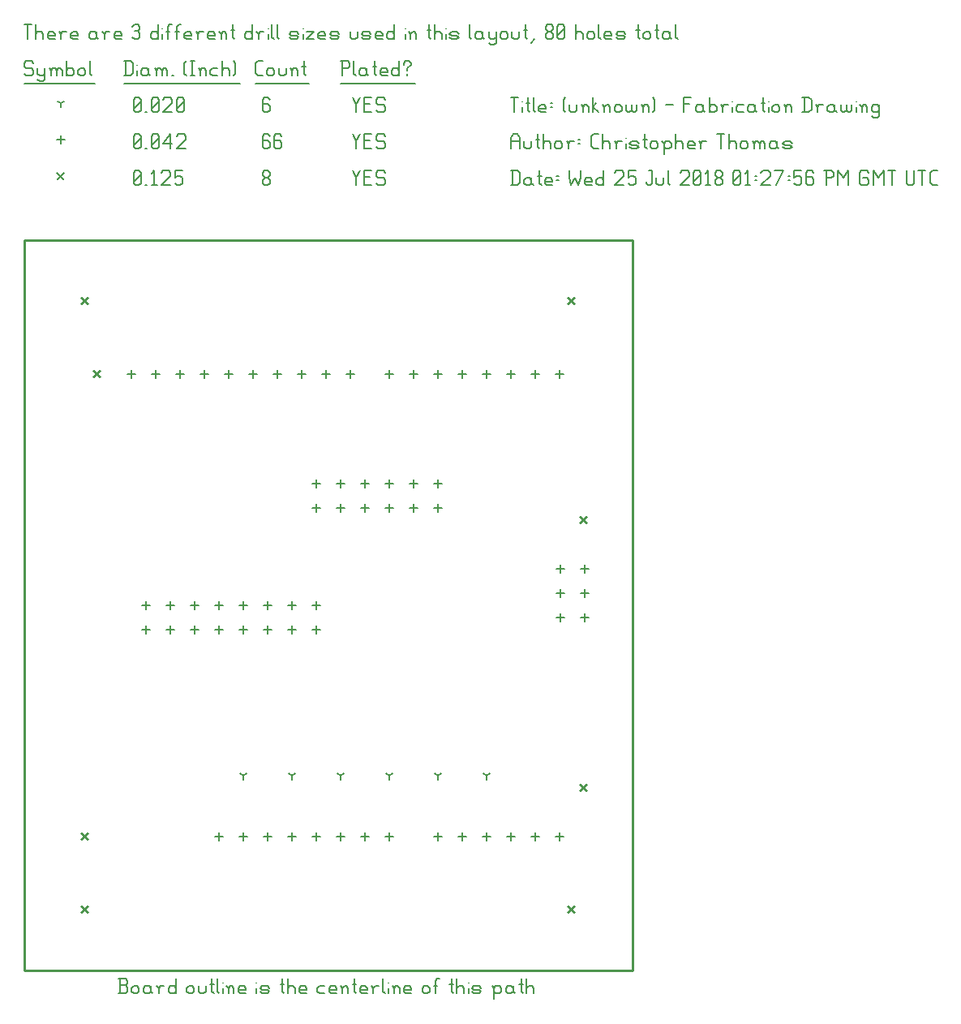
<source format=gbr>
G04 start of page 10 for group -3984 idx -3984 *
G04 Title: (unknown), fab *
G04 Creator: pcb 20140316 *
G04 CreationDate: Wed 25 Jul 2018 01:27:56 PM GMT UTC *
G04 For: thomasc *
G04 Format: Gerber/RS-274X *
G04 PCB-Dimensions (mil): 2500.00 3000.00 *
G04 PCB-Coordinate-Origin: lower left *
%MOIN*%
%FSLAX25Y25*%
%LNFAB*%
%ADD46C,0.0100*%
%ADD45C,0.0075*%
%ADD44C,0.0060*%
%ADD43C,0.0001*%
G54D43*G36*
X23800Y276766D02*X26766Y273800D01*
X26200Y273234D01*
X23234Y276200D01*
X23800Y276766D01*
G37*
G36*
X23234Y273800D02*X26200Y276766D01*
X26766Y276200D01*
X23800Y273234D01*
X23234Y273800D01*
G37*
G36*
X28800Y246766D02*X31766Y243800D01*
X31200Y243234D01*
X28234Y246200D01*
X28800Y246766D01*
G37*
G36*
X28234Y243800D02*X31200Y246766D01*
X31766Y246200D01*
X28800Y243234D01*
X28234Y243800D01*
G37*
G36*
X223800Y276766D02*X226766Y273800D01*
X226200Y273234D01*
X223234Y276200D01*
X223800Y276766D01*
G37*
G36*
X223234Y273800D02*X226200Y276766D01*
X226766Y276200D01*
X223800Y273234D01*
X223234Y273800D01*
G37*
G36*
X228800Y186766D02*X231766Y183800D01*
X231200Y183234D01*
X228234Y186200D01*
X228800Y186766D01*
G37*
G36*
X228234Y183800D02*X231200Y186766D01*
X231766Y186200D01*
X228800Y183234D01*
X228234Y183800D01*
G37*
G36*
X228800Y76766D02*X231766Y73800D01*
X231200Y73234D01*
X228234Y76200D01*
X228800Y76766D01*
G37*
G36*
X228234Y73800D02*X231200Y76766D01*
X231766Y76200D01*
X228800Y73234D01*
X228234Y73800D01*
G37*
G36*
X223800Y26766D02*X226766Y23800D01*
X226200Y23234D01*
X223234Y26200D01*
X223800Y26766D01*
G37*
G36*
X223234Y23800D02*X226200Y26766D01*
X226766Y26200D01*
X223800Y23234D01*
X223234Y23800D01*
G37*
G36*
X23800Y26766D02*X26766Y23800D01*
X26200Y23234D01*
X23234Y26200D01*
X23800Y26766D01*
G37*
G36*
X23234Y23800D02*X26200Y26766D01*
X26766Y26200D01*
X23800Y23234D01*
X23234Y23800D01*
G37*
G36*
X23800Y56766D02*X26766Y53800D01*
X26200Y53234D01*
X23234Y56200D01*
X23800Y56766D01*
G37*
G36*
X23234Y53800D02*X26200Y56766D01*
X26766Y56200D01*
X23800Y53234D01*
X23234Y53800D01*
G37*
G36*
X13800Y328016D02*X16766Y325050D01*
X16200Y324484D01*
X13234Y327450D01*
X13800Y328016D01*
G37*
G36*
X13234Y325050D02*X16200Y328016D01*
X16766Y327450D01*
X13800Y324484D01*
X13234Y325050D01*
G37*
G54D44*X135000Y328500D02*X136500Y325500D01*
X138000Y328500D01*
X136500Y325500D02*Y322500D01*
X139800Y325800D02*X142050D01*
X139800Y322500D02*X142800D01*
X139800Y328500D02*Y322500D01*
Y328500D02*X142800D01*
X147600D02*X148350Y327750D01*
X145350Y328500D02*X147600D01*
X144600Y327750D02*X145350Y328500D01*
X144600Y327750D02*Y326250D01*
X145350Y325500D01*
X147600D01*
X148350Y324750D01*
Y323250D01*
X147600Y322500D02*X148350Y323250D01*
X145350Y322500D02*X147600D01*
X144600Y323250D02*X145350Y322500D01*
X98000Y323250D02*X98750Y322500D01*
X98000Y324450D02*Y323250D01*
Y324450D02*X99050Y325500D01*
X99950D01*
X101000Y324450D01*
Y323250D01*
X100250Y322500D02*X101000Y323250D01*
X98750Y322500D02*X100250D01*
X98000Y326550D02*X99050Y325500D01*
X98000Y327750D02*Y326550D01*
Y327750D02*X98750Y328500D01*
X100250D01*
X101000Y327750D01*
Y326550D01*
X99950Y325500D02*X101000Y326550D01*
X45000Y323250D02*X45750Y322500D01*
X45000Y327750D02*Y323250D01*
Y327750D02*X45750Y328500D01*
X47250D01*
X48000Y327750D01*
Y323250D01*
X47250Y322500D02*X48000Y323250D01*
X45750Y322500D02*X47250D01*
X45000Y324000D02*X48000Y327000D01*
X49800Y322500D02*X50550D01*
X52350Y327300D02*X53550Y328500D01*
Y322500D01*
X52350D02*X54600D01*
X56400Y327750D02*X57150Y328500D01*
X59400D01*
X60150Y327750D01*
Y326250D01*
X56400Y322500D02*X60150Y326250D01*
X56400Y322500D02*X60150D01*
X61950Y328500D02*X64950D01*
X61950D02*Y325500D01*
X62700Y326250D01*
X64200D01*
X64950Y325500D01*
Y323250D01*
X64200Y322500D02*X64950Y323250D01*
X62700Y322500D02*X64200D01*
X61950Y323250D02*X62700Y322500D01*
X44000Y246600D02*Y243400D01*
X42400Y245000D02*X45600D01*
X84000Y246600D02*Y243400D01*
X82400Y245000D02*X85600D01*
X74000Y246600D02*Y243400D01*
X72400Y245000D02*X75600D01*
X64000Y246600D02*Y243400D01*
X62400Y245000D02*X65600D01*
X54000Y246600D02*Y243400D01*
X52400Y245000D02*X55600D01*
X94000Y246600D02*Y243400D01*
X92400Y245000D02*X95600D01*
X104000Y246600D02*Y243400D01*
X102400Y245000D02*X105600D01*
X114000Y246600D02*Y243400D01*
X112400Y245000D02*X115600D01*
X124000Y246600D02*Y243400D01*
X122400Y245000D02*X125600D01*
X134000Y246600D02*Y243400D01*
X132400Y245000D02*X135600D01*
X220000Y246600D02*Y243400D01*
X218400Y245000D02*X221600D01*
X180000Y246600D02*Y243400D01*
X178400Y245000D02*X181600D01*
X190000Y246600D02*Y243400D01*
X188400Y245000D02*X191600D01*
X200000Y246600D02*Y243400D01*
X198400Y245000D02*X201600D01*
X210000Y246600D02*Y243400D01*
X208400Y245000D02*X211600D01*
X170000Y246600D02*Y243400D01*
X168400Y245000D02*X171600D01*
X160000Y246600D02*Y243400D01*
X158400Y245000D02*X161600D01*
X150000Y246600D02*Y243400D01*
X148400Y245000D02*X151600D01*
X80000Y56600D02*Y53400D01*
X78400Y55000D02*X81600D01*
X120000Y56600D02*Y53400D01*
X118400Y55000D02*X121600D01*
X110000Y56600D02*Y53400D01*
X108400Y55000D02*X111600D01*
X100000Y56600D02*Y53400D01*
X98400Y55000D02*X101600D01*
X90000Y56600D02*Y53400D01*
X88400Y55000D02*X91600D01*
X130000Y56600D02*Y53400D01*
X128400Y55000D02*X131600D01*
X140000Y56600D02*Y53400D01*
X138400Y55000D02*X141600D01*
X150000Y56600D02*Y53400D01*
X148400Y55000D02*X151600D01*
X170000Y56600D02*Y53400D01*
X168400Y55000D02*X171600D01*
X210000Y56600D02*Y53400D01*
X208400Y55000D02*X211600D01*
X200000Y56600D02*Y53400D01*
X198400Y55000D02*X201600D01*
X190000Y56600D02*Y53400D01*
X188400Y55000D02*X191600D01*
X180000Y56600D02*Y53400D01*
X178400Y55000D02*X181600D01*
X220000Y56600D02*Y53400D01*
X218400Y55000D02*X221600D01*
X230500Y166600D02*Y163400D01*
X228900Y165000D02*X232100D01*
X230500Y156600D02*Y153400D01*
X228900Y155000D02*X232100D01*
X230500Y146600D02*Y143400D01*
X228900Y145000D02*X232100D01*
X220500Y166600D02*Y163400D01*
X218900Y165000D02*X222100D01*
X220500Y156600D02*Y153400D01*
X218900Y155000D02*X222100D01*
X220500Y146600D02*Y143400D01*
X218900Y145000D02*X222100D01*
X50000Y151600D02*Y148400D01*
X48400Y150000D02*X51600D01*
X50000Y141600D02*Y138400D01*
X48400Y140000D02*X51600D01*
X60000Y151600D02*Y148400D01*
X58400Y150000D02*X61600D01*
X60000Y141600D02*Y138400D01*
X58400Y140000D02*X61600D01*
X70000Y151600D02*Y148400D01*
X68400Y150000D02*X71600D01*
X70000Y141600D02*Y138400D01*
X68400Y140000D02*X71600D01*
X80000Y151600D02*Y148400D01*
X78400Y150000D02*X81600D01*
X80000Y141600D02*Y138400D01*
X78400Y140000D02*X81600D01*
X90000Y151600D02*Y148400D01*
X88400Y150000D02*X91600D01*
X90000Y141600D02*Y138400D01*
X88400Y140000D02*X91600D01*
X100000Y151600D02*Y148400D01*
X98400Y150000D02*X101600D01*
X100000Y141600D02*Y138400D01*
X98400Y140000D02*X101600D01*
X110000Y151600D02*Y148400D01*
X108400Y150000D02*X111600D01*
X110000Y141600D02*Y138400D01*
X108400Y140000D02*X111600D01*
X120000Y151600D02*Y148400D01*
X118400Y150000D02*X121600D01*
X120000Y141600D02*Y138400D01*
X118400Y140000D02*X121600D01*
X170000Y191600D02*Y188400D01*
X168400Y190000D02*X171600D01*
X160000Y191600D02*Y188400D01*
X158400Y190000D02*X161600D01*
X150000Y191600D02*Y188400D01*
X148400Y190000D02*X151600D01*
X140000Y191600D02*Y188400D01*
X138400Y190000D02*X141600D01*
X130000Y191600D02*Y188400D01*
X128400Y190000D02*X131600D01*
X120000Y191600D02*Y188400D01*
X118400Y190000D02*X121600D01*
X120000Y201600D02*Y198400D01*
X118400Y200000D02*X121600D01*
X160000Y201600D02*Y198400D01*
X158400Y200000D02*X161600D01*
X150000Y201600D02*Y198400D01*
X148400Y200000D02*X151600D01*
X140000Y201600D02*Y198400D01*
X138400Y200000D02*X141600D01*
X130000Y201600D02*Y198400D01*
X128400Y200000D02*X131600D01*
X170000Y201600D02*Y198400D01*
X168400Y200000D02*X171600D01*
X15000Y342850D02*Y339650D01*
X13400Y341250D02*X16600D01*
X135000Y343500D02*X136500Y340500D01*
X138000Y343500D01*
X136500Y340500D02*Y337500D01*
X139800Y340800D02*X142050D01*
X139800Y337500D02*X142800D01*
X139800Y343500D02*Y337500D01*
Y343500D02*X142800D01*
X147600D02*X148350Y342750D01*
X145350Y343500D02*X147600D01*
X144600Y342750D02*X145350Y343500D01*
X144600Y342750D02*Y341250D01*
X145350Y340500D01*
X147600D01*
X148350Y339750D01*
Y338250D01*
X147600Y337500D02*X148350Y338250D01*
X145350Y337500D02*X147600D01*
X144600Y338250D02*X145350Y337500D01*
X100250Y343500D02*X101000Y342750D01*
X98750Y343500D02*X100250D01*
X98000Y342750D02*X98750Y343500D01*
X98000Y342750D02*Y338250D01*
X98750Y337500D01*
X100250Y340800D02*X101000Y340050D01*
X98000Y340800D02*X100250D01*
X98750Y337500D02*X100250D01*
X101000Y338250D01*
Y340050D02*Y338250D01*
X105050Y343500D02*X105800Y342750D01*
X103550Y343500D02*X105050D01*
X102800Y342750D02*X103550Y343500D01*
X102800Y342750D02*Y338250D01*
X103550Y337500D01*
X105050Y340800D02*X105800Y340050D01*
X102800Y340800D02*X105050D01*
X103550Y337500D02*X105050D01*
X105800Y338250D01*
Y340050D02*Y338250D01*
X45000D02*X45750Y337500D01*
X45000Y342750D02*Y338250D01*
Y342750D02*X45750Y343500D01*
X47250D01*
X48000Y342750D01*
Y338250D01*
X47250Y337500D02*X48000Y338250D01*
X45750Y337500D02*X47250D01*
X45000Y339000D02*X48000Y342000D01*
X49800Y337500D02*X50550D01*
X52350Y338250D02*X53100Y337500D01*
X52350Y342750D02*Y338250D01*
Y342750D02*X53100Y343500D01*
X54600D01*
X55350Y342750D01*
Y338250D01*
X54600Y337500D02*X55350Y338250D01*
X53100Y337500D02*X54600D01*
X52350Y339000D02*X55350Y342000D01*
X57150Y339750D02*X60150Y343500D01*
X57150Y339750D02*X60900D01*
X60150Y343500D02*Y337500D01*
X62700Y342750D02*X63450Y343500D01*
X65700D01*
X66450Y342750D01*
Y341250D01*
X62700Y337500D02*X66450Y341250D01*
X62700Y337500D02*X66450D01*
X90000Y80000D02*Y78400D01*
Y80000D02*X91387Y80800D01*
X90000Y80000D02*X88613Y80800D01*
X110000Y80000D02*Y78400D01*
Y80000D02*X111387Y80800D01*
X110000Y80000D02*X108613Y80800D01*
X130000Y80000D02*Y78400D01*
Y80000D02*X131387Y80800D01*
X130000Y80000D02*X128613Y80800D01*
X150000Y80000D02*Y78400D01*
Y80000D02*X151387Y80800D01*
X150000Y80000D02*X148613Y80800D01*
X170000Y80000D02*Y78400D01*
Y80000D02*X171387Y80800D01*
X170000Y80000D02*X168613Y80800D01*
X190000Y80000D02*Y78400D01*
Y80000D02*X191387Y80800D01*
X190000Y80000D02*X188613Y80800D01*
X15000Y356250D02*Y354650D01*
Y356250D02*X16387Y357050D01*
X15000Y356250D02*X13613Y357050D01*
X135000Y358500D02*X136500Y355500D01*
X138000Y358500D01*
X136500Y355500D02*Y352500D01*
X139800Y355800D02*X142050D01*
X139800Y352500D02*X142800D01*
X139800Y358500D02*Y352500D01*
Y358500D02*X142800D01*
X147600D02*X148350Y357750D01*
X145350Y358500D02*X147600D01*
X144600Y357750D02*X145350Y358500D01*
X144600Y357750D02*Y356250D01*
X145350Y355500D01*
X147600D01*
X148350Y354750D01*
Y353250D01*
X147600Y352500D02*X148350Y353250D01*
X145350Y352500D02*X147600D01*
X144600Y353250D02*X145350Y352500D01*
X100250Y358500D02*X101000Y357750D01*
X98750Y358500D02*X100250D01*
X98000Y357750D02*X98750Y358500D01*
X98000Y357750D02*Y353250D01*
X98750Y352500D01*
X100250Y355800D02*X101000Y355050D01*
X98000Y355800D02*X100250D01*
X98750Y352500D02*X100250D01*
X101000Y353250D01*
Y355050D02*Y353250D01*
X45000D02*X45750Y352500D01*
X45000Y357750D02*Y353250D01*
Y357750D02*X45750Y358500D01*
X47250D01*
X48000Y357750D01*
Y353250D01*
X47250Y352500D02*X48000Y353250D01*
X45750Y352500D02*X47250D01*
X45000Y354000D02*X48000Y357000D01*
X49800Y352500D02*X50550D01*
X52350Y353250D02*X53100Y352500D01*
X52350Y357750D02*Y353250D01*
Y357750D02*X53100Y358500D01*
X54600D01*
X55350Y357750D01*
Y353250D01*
X54600Y352500D02*X55350Y353250D01*
X53100Y352500D02*X54600D01*
X52350Y354000D02*X55350Y357000D01*
X57150Y357750D02*X57900Y358500D01*
X60150D01*
X60900Y357750D01*
Y356250D01*
X57150Y352500D02*X60900Y356250D01*
X57150Y352500D02*X60900D01*
X62700Y353250D02*X63450Y352500D01*
X62700Y357750D02*Y353250D01*
Y357750D02*X63450Y358500D01*
X64950D01*
X65700Y357750D01*
Y353250D01*
X64950Y352500D02*X65700Y353250D01*
X63450Y352500D02*X64950D01*
X62700Y354000D02*X65700Y357000D01*
X3000Y373500D02*X3750Y372750D01*
X750Y373500D02*X3000D01*
X0Y372750D02*X750Y373500D01*
X0Y372750D02*Y371250D01*
X750Y370500D01*
X3000D01*
X3750Y369750D01*
Y368250D01*
X3000Y367500D02*X3750Y368250D01*
X750Y367500D02*X3000D01*
X0Y368250D02*X750Y367500D01*
X5550Y370500D02*Y368250D01*
X6300Y367500D01*
X8550Y370500D02*Y366000D01*
X7800Y365250D02*X8550Y366000D01*
X6300Y365250D02*X7800D01*
X5550Y366000D02*X6300Y365250D01*
Y367500D02*X7800D01*
X8550Y368250D01*
X11100Y369750D02*Y367500D01*
Y369750D02*X11850Y370500D01*
X12600D01*
X13350Y369750D01*
Y367500D01*
Y369750D02*X14100Y370500D01*
X14850D01*
X15600Y369750D01*
Y367500D01*
X10350Y370500D02*X11100Y369750D01*
X17400Y373500D02*Y367500D01*
Y368250D02*X18150Y367500D01*
X19650D01*
X20400Y368250D01*
Y369750D02*Y368250D01*
X19650Y370500D02*X20400Y369750D01*
X18150Y370500D02*X19650D01*
X17400Y369750D02*X18150Y370500D01*
X22200Y369750D02*Y368250D01*
Y369750D02*X22950Y370500D01*
X24450D01*
X25200Y369750D01*
Y368250D01*
X24450Y367500D02*X25200Y368250D01*
X22950Y367500D02*X24450D01*
X22200Y368250D02*X22950Y367500D01*
X27000Y373500D02*Y368250D01*
X27750Y367500D01*
X0Y364250D02*X29250D01*
X41750Y373500D02*Y367500D01*
X43700Y373500D02*X44750Y372450D01*
Y368550D01*
X43700Y367500D02*X44750Y368550D01*
X41000Y367500D02*X43700D01*
X41000Y373500D02*X43700D01*
G54D45*X46550Y372000D02*Y371850D01*
G54D44*Y369750D02*Y367500D01*
X50300Y370500D02*X51050Y369750D01*
X48800Y370500D02*X50300D01*
X48050Y369750D02*X48800Y370500D01*
X48050Y369750D02*Y368250D01*
X48800Y367500D01*
X51050Y370500D02*Y368250D01*
X51800Y367500D01*
X48800D02*X50300D01*
X51050Y368250D01*
X54350Y369750D02*Y367500D01*
Y369750D02*X55100Y370500D01*
X55850D01*
X56600Y369750D01*
Y367500D01*
Y369750D02*X57350Y370500D01*
X58100D01*
X58850Y369750D01*
Y367500D01*
X53600Y370500D02*X54350Y369750D01*
X60650Y367500D02*X61400D01*
X65900Y368250D02*X66650Y367500D01*
X65900Y372750D02*X66650Y373500D01*
X65900Y372750D02*Y368250D01*
X68450Y373500D02*X69950D01*
X69200D02*Y367500D01*
X68450D02*X69950D01*
X72500Y369750D02*Y367500D01*
Y369750D02*X73250Y370500D01*
X74000D01*
X74750Y369750D01*
Y367500D01*
X71750Y370500D02*X72500Y369750D01*
X77300Y370500D02*X79550D01*
X76550Y369750D02*X77300Y370500D01*
X76550Y369750D02*Y368250D01*
X77300Y367500D01*
X79550D01*
X81350Y373500D02*Y367500D01*
Y369750D02*X82100Y370500D01*
X83600D01*
X84350Y369750D01*
Y367500D01*
X86150Y373500D02*X86900Y372750D01*
Y368250D01*
X86150Y367500D02*X86900Y368250D01*
X41000Y364250D02*X88700D01*
X96050Y367500D02*X98000D01*
X95000Y368550D02*X96050Y367500D01*
X95000Y372450D02*Y368550D01*
Y372450D02*X96050Y373500D01*
X98000D01*
X99800Y369750D02*Y368250D01*
Y369750D02*X100550Y370500D01*
X102050D01*
X102800Y369750D01*
Y368250D01*
X102050Y367500D02*X102800Y368250D01*
X100550Y367500D02*X102050D01*
X99800Y368250D02*X100550Y367500D01*
X104600Y370500D02*Y368250D01*
X105350Y367500D01*
X106850D01*
X107600Y368250D01*
Y370500D02*Y368250D01*
X110150Y369750D02*Y367500D01*
Y369750D02*X110900Y370500D01*
X111650D01*
X112400Y369750D01*
Y367500D01*
X109400Y370500D02*X110150Y369750D01*
X114950Y373500D02*Y368250D01*
X115700Y367500D01*
X114200Y371250D02*X115700D01*
X95000Y364250D02*X117200D01*
X130750Y373500D02*Y367500D01*
X130000Y373500D02*X133000D01*
X133750Y372750D01*
Y371250D01*
X133000Y370500D02*X133750Y371250D01*
X130750Y370500D02*X133000D01*
X135550Y373500D02*Y368250D01*
X136300Y367500D01*
X140050Y370500D02*X140800Y369750D01*
X138550Y370500D02*X140050D01*
X137800Y369750D02*X138550Y370500D01*
X137800Y369750D02*Y368250D01*
X138550Y367500D01*
X140800Y370500D02*Y368250D01*
X141550Y367500D01*
X138550D02*X140050D01*
X140800Y368250D01*
X144100Y373500D02*Y368250D01*
X144850Y367500D01*
X143350Y371250D02*X144850D01*
X147100Y367500D02*X149350D01*
X146350Y368250D02*X147100Y367500D01*
X146350Y369750D02*Y368250D01*
Y369750D02*X147100Y370500D01*
X148600D01*
X149350Y369750D01*
X146350Y369000D02*X149350D01*
Y369750D02*Y369000D01*
X154150Y373500D02*Y367500D01*
X153400D02*X154150Y368250D01*
X151900Y367500D02*X153400D01*
X151150Y368250D02*X151900Y367500D01*
X151150Y369750D02*Y368250D01*
Y369750D02*X151900Y370500D01*
X153400D01*
X154150Y369750D01*
X157450Y370500D02*Y369750D01*
Y368250D02*Y367500D01*
X155950Y372750D02*Y372000D01*
Y372750D02*X156700Y373500D01*
X158200D01*
X158950Y372750D01*
Y372000D01*
X157450Y370500D02*X158950Y372000D01*
X130000Y364250D02*X160750D01*
X0Y388500D02*X3000D01*
X1500D02*Y382500D01*
X4800Y388500D02*Y382500D01*
Y384750D02*X5550Y385500D01*
X7050D01*
X7800Y384750D01*
Y382500D01*
X10350D02*X12600D01*
X9600Y383250D02*X10350Y382500D01*
X9600Y384750D02*Y383250D01*
Y384750D02*X10350Y385500D01*
X11850D01*
X12600Y384750D01*
X9600Y384000D02*X12600D01*
Y384750D02*Y384000D01*
X15150Y384750D02*Y382500D01*
Y384750D02*X15900Y385500D01*
X17400D01*
X14400D02*X15150Y384750D01*
X19950Y382500D02*X22200D01*
X19200Y383250D02*X19950Y382500D01*
X19200Y384750D02*Y383250D01*
Y384750D02*X19950Y385500D01*
X21450D01*
X22200Y384750D01*
X19200Y384000D02*X22200D01*
Y384750D02*Y384000D01*
X28950Y385500D02*X29700Y384750D01*
X27450Y385500D02*X28950D01*
X26700Y384750D02*X27450Y385500D01*
X26700Y384750D02*Y383250D01*
X27450Y382500D01*
X29700Y385500D02*Y383250D01*
X30450Y382500D01*
X27450D02*X28950D01*
X29700Y383250D01*
X33000Y384750D02*Y382500D01*
Y384750D02*X33750Y385500D01*
X35250D01*
X32250D02*X33000Y384750D01*
X37800Y382500D02*X40050D01*
X37050Y383250D02*X37800Y382500D01*
X37050Y384750D02*Y383250D01*
Y384750D02*X37800Y385500D01*
X39300D01*
X40050Y384750D01*
X37050Y384000D02*X40050D01*
Y384750D02*Y384000D01*
X44550Y387750D02*X45300Y388500D01*
X46800D01*
X47550Y387750D01*
X46800Y382500D02*X47550Y383250D01*
X45300Y382500D02*X46800D01*
X44550Y383250D02*X45300Y382500D01*
Y385800D02*X46800D01*
X47550Y387750D02*Y386550D01*
Y385050D02*Y383250D01*
Y385050D02*X46800Y385800D01*
X47550Y386550D02*X46800Y385800D01*
X55050Y388500D02*Y382500D01*
X54300D02*X55050Y383250D01*
X52800Y382500D02*X54300D01*
X52050Y383250D02*X52800Y382500D01*
X52050Y384750D02*Y383250D01*
Y384750D02*X52800Y385500D01*
X54300D01*
X55050Y384750D01*
G54D45*X56850Y387000D02*Y386850D01*
G54D44*Y384750D02*Y382500D01*
X59100Y387750D02*Y382500D01*
Y387750D02*X59850Y388500D01*
X60600D01*
X58350Y385500D02*X59850D01*
X62850Y387750D02*Y382500D01*
Y387750D02*X63600Y388500D01*
X64350D01*
X62100Y385500D02*X63600D01*
X66600Y382500D02*X68850D01*
X65850Y383250D02*X66600Y382500D01*
X65850Y384750D02*Y383250D01*
Y384750D02*X66600Y385500D01*
X68100D01*
X68850Y384750D01*
X65850Y384000D02*X68850D01*
Y384750D02*Y384000D01*
X71400Y384750D02*Y382500D01*
Y384750D02*X72150Y385500D01*
X73650D01*
X70650D02*X71400Y384750D01*
X76200Y382500D02*X78450D01*
X75450Y383250D02*X76200Y382500D01*
X75450Y384750D02*Y383250D01*
Y384750D02*X76200Y385500D01*
X77700D01*
X78450Y384750D01*
X75450Y384000D02*X78450D01*
Y384750D02*Y384000D01*
X81000Y384750D02*Y382500D01*
Y384750D02*X81750Y385500D01*
X82500D01*
X83250Y384750D01*
Y382500D01*
X80250Y385500D02*X81000Y384750D01*
X85800Y388500D02*Y383250D01*
X86550Y382500D01*
X85050Y386250D02*X86550D01*
X93750Y388500D02*Y382500D01*
X93000D02*X93750Y383250D01*
X91500Y382500D02*X93000D01*
X90750Y383250D02*X91500Y382500D01*
X90750Y384750D02*Y383250D01*
Y384750D02*X91500Y385500D01*
X93000D01*
X93750Y384750D01*
X96300D02*Y382500D01*
Y384750D02*X97050Y385500D01*
X98550D01*
X95550D02*X96300Y384750D01*
G54D45*X100350Y387000D02*Y386850D01*
G54D44*Y384750D02*Y382500D01*
X101850Y388500D02*Y383250D01*
X102600Y382500D01*
X104100Y388500D02*Y383250D01*
X104850Y382500D01*
X109800D02*X112050D01*
X112800Y383250D01*
X112050Y384000D02*X112800Y383250D01*
X109800Y384000D02*X112050D01*
X109050Y384750D02*X109800Y384000D01*
X109050Y384750D02*X109800Y385500D01*
X112050D01*
X112800Y384750D01*
X109050Y383250D02*X109800Y382500D01*
G54D45*X114600Y387000D02*Y386850D01*
G54D44*Y384750D02*Y382500D01*
X116100Y385500D02*X119100D01*
X116100Y382500D02*X119100Y385500D01*
X116100Y382500D02*X119100D01*
X121650D02*X123900D01*
X120900Y383250D02*X121650Y382500D01*
X120900Y384750D02*Y383250D01*
Y384750D02*X121650Y385500D01*
X123150D01*
X123900Y384750D01*
X120900Y384000D02*X123900D01*
Y384750D02*Y384000D01*
X126450Y382500D02*X128700D01*
X129450Y383250D01*
X128700Y384000D02*X129450Y383250D01*
X126450Y384000D02*X128700D01*
X125700Y384750D02*X126450Y384000D01*
X125700Y384750D02*X126450Y385500D01*
X128700D01*
X129450Y384750D01*
X125700Y383250D02*X126450Y382500D01*
X133950Y385500D02*Y383250D01*
X134700Y382500D01*
X136200D01*
X136950Y383250D01*
Y385500D02*Y383250D01*
X139500Y382500D02*X141750D01*
X142500Y383250D01*
X141750Y384000D02*X142500Y383250D01*
X139500Y384000D02*X141750D01*
X138750Y384750D02*X139500Y384000D01*
X138750Y384750D02*X139500Y385500D01*
X141750D01*
X142500Y384750D01*
X138750Y383250D02*X139500Y382500D01*
X145050D02*X147300D01*
X144300Y383250D02*X145050Y382500D01*
X144300Y384750D02*Y383250D01*
Y384750D02*X145050Y385500D01*
X146550D01*
X147300Y384750D01*
X144300Y384000D02*X147300D01*
Y384750D02*Y384000D01*
X152100Y388500D02*Y382500D01*
X151350D02*X152100Y383250D01*
X149850Y382500D02*X151350D01*
X149100Y383250D02*X149850Y382500D01*
X149100Y384750D02*Y383250D01*
Y384750D02*X149850Y385500D01*
X151350D01*
X152100Y384750D01*
G54D45*X156600Y387000D02*Y386850D01*
G54D44*Y384750D02*Y382500D01*
X158850Y384750D02*Y382500D01*
Y384750D02*X159600Y385500D01*
X160350D01*
X161100Y384750D01*
Y382500D01*
X158100Y385500D02*X158850Y384750D01*
X166350Y388500D02*Y383250D01*
X167100Y382500D01*
X165600Y386250D02*X167100D01*
X168600Y388500D02*Y382500D01*
Y384750D02*X169350Y385500D01*
X170850D01*
X171600Y384750D01*
Y382500D01*
G54D45*X173400Y387000D02*Y386850D01*
G54D44*Y384750D02*Y382500D01*
X175650D02*X177900D01*
X178650Y383250D01*
X177900Y384000D02*X178650Y383250D01*
X175650Y384000D02*X177900D01*
X174900Y384750D02*X175650Y384000D01*
X174900Y384750D02*X175650Y385500D01*
X177900D01*
X178650Y384750D01*
X174900Y383250D02*X175650Y382500D01*
X183150Y388500D02*Y383250D01*
X183900Y382500D01*
X187650Y385500D02*X188400Y384750D01*
X186150Y385500D02*X187650D01*
X185400Y384750D02*X186150Y385500D01*
X185400Y384750D02*Y383250D01*
X186150Y382500D01*
X188400Y385500D02*Y383250D01*
X189150Y382500D01*
X186150D02*X187650D01*
X188400Y383250D01*
X190950Y385500D02*Y383250D01*
X191700Y382500D01*
X193950Y385500D02*Y381000D01*
X193200Y380250D02*X193950Y381000D01*
X191700Y380250D02*X193200D01*
X190950Y381000D02*X191700Y380250D01*
Y382500D02*X193200D01*
X193950Y383250D01*
X195750Y384750D02*Y383250D01*
Y384750D02*X196500Y385500D01*
X198000D01*
X198750Y384750D01*
Y383250D01*
X198000Y382500D02*X198750Y383250D01*
X196500Y382500D02*X198000D01*
X195750Y383250D02*X196500Y382500D01*
X200550Y385500D02*Y383250D01*
X201300Y382500D01*
X202800D01*
X203550Y383250D01*
Y385500D02*Y383250D01*
X206100Y388500D02*Y383250D01*
X206850Y382500D01*
X205350Y386250D02*X206850D01*
X208350Y381000D02*X209850Y382500D01*
X214350Y383250D02*X215100Y382500D01*
X214350Y384450D02*Y383250D01*
Y384450D02*X215400Y385500D01*
X216300D01*
X217350Y384450D01*
Y383250D01*
X216600Y382500D02*X217350Y383250D01*
X215100Y382500D02*X216600D01*
X214350Y386550D02*X215400Y385500D01*
X214350Y387750D02*Y386550D01*
Y387750D02*X215100Y388500D01*
X216600D01*
X217350Y387750D01*
Y386550D01*
X216300Y385500D02*X217350Y386550D01*
X219150Y383250D02*X219900Y382500D01*
X219150Y387750D02*Y383250D01*
Y387750D02*X219900Y388500D01*
X221400D01*
X222150Y387750D01*
Y383250D01*
X221400Y382500D02*X222150Y383250D01*
X219900Y382500D02*X221400D01*
X219150Y384000D02*X222150Y387000D01*
X226650Y388500D02*Y382500D01*
Y384750D02*X227400Y385500D01*
X228900D01*
X229650Y384750D01*
Y382500D01*
X231450Y384750D02*Y383250D01*
Y384750D02*X232200Y385500D01*
X233700D01*
X234450Y384750D01*
Y383250D01*
X233700Y382500D02*X234450Y383250D01*
X232200Y382500D02*X233700D01*
X231450Y383250D02*X232200Y382500D01*
X236250Y388500D02*Y383250D01*
X237000Y382500D01*
X239250D02*X241500D01*
X238500Y383250D02*X239250Y382500D01*
X238500Y384750D02*Y383250D01*
Y384750D02*X239250Y385500D01*
X240750D01*
X241500Y384750D01*
X238500Y384000D02*X241500D01*
Y384750D02*Y384000D01*
X244050Y382500D02*X246300D01*
X247050Y383250D01*
X246300Y384000D02*X247050Y383250D01*
X244050Y384000D02*X246300D01*
X243300Y384750D02*X244050Y384000D01*
X243300Y384750D02*X244050Y385500D01*
X246300D01*
X247050Y384750D01*
X243300Y383250D02*X244050Y382500D01*
X252300Y388500D02*Y383250D01*
X253050Y382500D01*
X251550Y386250D02*X253050D01*
X254550Y384750D02*Y383250D01*
Y384750D02*X255300Y385500D01*
X256800D01*
X257550Y384750D01*
Y383250D01*
X256800Y382500D02*X257550Y383250D01*
X255300Y382500D02*X256800D01*
X254550Y383250D02*X255300Y382500D01*
X260100Y388500D02*Y383250D01*
X260850Y382500D01*
X259350Y386250D02*X260850D01*
X264600Y385500D02*X265350Y384750D01*
X263100Y385500D02*X264600D01*
X262350Y384750D02*X263100Y385500D01*
X262350Y384750D02*Y383250D01*
X263100Y382500D01*
X265350Y385500D02*Y383250D01*
X266100Y382500D01*
X263100D02*X264600D01*
X265350Y383250D01*
X267900Y388500D02*Y383250D01*
X268650Y382500D01*
G54D46*X0Y300000D02*X250000D01*
Y0D01*
X0D01*
Y300000D01*
G54D44*X38675Y-9500D02*X41675D01*
X42425Y-8750D01*
Y-6950D02*Y-8750D01*
X41675Y-6200D02*X42425Y-6950D01*
X39425Y-6200D02*X41675D01*
X39425Y-3500D02*Y-9500D01*
X38675Y-3500D02*X41675D01*
X42425Y-4250D01*
Y-5450D01*
X41675Y-6200D02*X42425Y-5450D01*
X44225Y-7250D02*Y-8750D01*
Y-7250D02*X44975Y-6500D01*
X46475D01*
X47225Y-7250D01*
Y-8750D01*
X46475Y-9500D02*X47225Y-8750D01*
X44975Y-9500D02*X46475D01*
X44225Y-8750D02*X44975Y-9500D01*
X51275Y-6500D02*X52025Y-7250D01*
X49775Y-6500D02*X51275D01*
X49025Y-7250D02*X49775Y-6500D01*
X49025Y-7250D02*Y-8750D01*
X49775Y-9500D01*
X52025Y-6500D02*Y-8750D01*
X52775Y-9500D01*
X49775D02*X51275D01*
X52025Y-8750D01*
X55325Y-7250D02*Y-9500D01*
Y-7250D02*X56075Y-6500D01*
X57575D01*
X54575D02*X55325Y-7250D01*
X62375Y-3500D02*Y-9500D01*
X61625D02*X62375Y-8750D01*
X60125Y-9500D02*X61625D01*
X59375Y-8750D02*X60125Y-9500D01*
X59375Y-7250D02*Y-8750D01*
Y-7250D02*X60125Y-6500D01*
X61625D01*
X62375Y-7250D01*
X66875D02*Y-8750D01*
Y-7250D02*X67625Y-6500D01*
X69125D01*
X69875Y-7250D01*
Y-8750D01*
X69125Y-9500D02*X69875Y-8750D01*
X67625Y-9500D02*X69125D01*
X66875Y-8750D02*X67625Y-9500D01*
X71675Y-6500D02*Y-8750D01*
X72425Y-9500D01*
X73925D01*
X74675Y-8750D01*
Y-6500D02*Y-8750D01*
X77225Y-3500D02*Y-8750D01*
X77975Y-9500D01*
X76475Y-5750D02*X77975D01*
X79475Y-3500D02*Y-8750D01*
X80225Y-9500D01*
G54D45*X81725Y-5000D02*Y-5150D01*
G54D44*Y-7250D02*Y-9500D01*
X83975Y-7250D02*Y-9500D01*
Y-7250D02*X84725Y-6500D01*
X85475D01*
X86225Y-7250D01*
Y-9500D01*
X83225Y-6500D02*X83975Y-7250D01*
X88775Y-9500D02*X91025D01*
X88025Y-8750D02*X88775Y-9500D01*
X88025Y-7250D02*Y-8750D01*
Y-7250D02*X88775Y-6500D01*
X90275D01*
X91025Y-7250D01*
X88025Y-8000D02*X91025D01*
Y-7250D02*Y-8000D01*
G54D45*X95525Y-5000D02*Y-5150D01*
G54D44*Y-7250D02*Y-9500D01*
X97775D02*X100025D01*
X100775Y-8750D01*
X100025Y-8000D02*X100775Y-8750D01*
X97775Y-8000D02*X100025D01*
X97025Y-7250D02*X97775Y-8000D01*
X97025Y-7250D02*X97775Y-6500D01*
X100025D01*
X100775Y-7250D01*
X97025Y-8750D02*X97775Y-9500D01*
X106025Y-3500D02*Y-8750D01*
X106775Y-9500D01*
X105275Y-5750D02*X106775D01*
X108275Y-3500D02*Y-9500D01*
Y-7250D02*X109025Y-6500D01*
X110525D01*
X111275Y-7250D01*
Y-9500D01*
X113825D02*X116075D01*
X113075Y-8750D02*X113825Y-9500D01*
X113075Y-7250D02*Y-8750D01*
Y-7250D02*X113825Y-6500D01*
X115325D01*
X116075Y-7250D01*
X113075Y-8000D02*X116075D01*
Y-7250D02*Y-8000D01*
X121325Y-6500D02*X123575D01*
X120575Y-7250D02*X121325Y-6500D01*
X120575Y-7250D02*Y-8750D01*
X121325Y-9500D01*
X123575D01*
X126125D02*X128375D01*
X125375Y-8750D02*X126125Y-9500D01*
X125375Y-7250D02*Y-8750D01*
Y-7250D02*X126125Y-6500D01*
X127625D01*
X128375Y-7250D01*
X125375Y-8000D02*X128375D01*
Y-7250D02*Y-8000D01*
X130925Y-7250D02*Y-9500D01*
Y-7250D02*X131675Y-6500D01*
X132425D01*
X133175Y-7250D01*
Y-9500D01*
X130175Y-6500D02*X130925Y-7250D01*
X135725Y-3500D02*Y-8750D01*
X136475Y-9500D01*
X134975Y-5750D02*X136475D01*
X138725Y-9500D02*X140975D01*
X137975Y-8750D02*X138725Y-9500D01*
X137975Y-7250D02*Y-8750D01*
Y-7250D02*X138725Y-6500D01*
X140225D01*
X140975Y-7250D01*
X137975Y-8000D02*X140975D01*
Y-7250D02*Y-8000D01*
X143525Y-7250D02*Y-9500D01*
Y-7250D02*X144275Y-6500D01*
X145775D01*
X142775D02*X143525Y-7250D01*
X147575Y-3500D02*Y-8750D01*
X148325Y-9500D01*
G54D45*X149825Y-5000D02*Y-5150D01*
G54D44*Y-7250D02*Y-9500D01*
X152075Y-7250D02*Y-9500D01*
Y-7250D02*X152825Y-6500D01*
X153575D01*
X154325Y-7250D01*
Y-9500D01*
X151325Y-6500D02*X152075Y-7250D01*
X156875Y-9500D02*X159125D01*
X156125Y-8750D02*X156875Y-9500D01*
X156125Y-7250D02*Y-8750D01*
Y-7250D02*X156875Y-6500D01*
X158375D01*
X159125Y-7250D01*
X156125Y-8000D02*X159125D01*
Y-7250D02*Y-8000D01*
X163625Y-7250D02*Y-8750D01*
Y-7250D02*X164375Y-6500D01*
X165875D01*
X166625Y-7250D01*
Y-8750D01*
X165875Y-9500D02*X166625Y-8750D01*
X164375Y-9500D02*X165875D01*
X163625Y-8750D02*X164375Y-9500D01*
X169175Y-4250D02*Y-9500D01*
Y-4250D02*X169925Y-3500D01*
X170675D01*
X168425Y-6500D02*X169925D01*
X175625Y-3500D02*Y-8750D01*
X176375Y-9500D01*
X174875Y-5750D02*X176375D01*
X177875Y-3500D02*Y-9500D01*
Y-7250D02*X178625Y-6500D01*
X180125D01*
X180875Y-7250D01*
Y-9500D01*
G54D45*X182675Y-5000D02*Y-5150D01*
G54D44*Y-7250D02*Y-9500D01*
X184925D02*X187175D01*
X187925Y-8750D01*
X187175Y-8000D02*X187925Y-8750D01*
X184925Y-8000D02*X187175D01*
X184175Y-7250D02*X184925Y-8000D01*
X184175Y-7250D02*X184925Y-6500D01*
X187175D01*
X187925Y-7250D01*
X184175Y-8750D02*X184925Y-9500D01*
X193175Y-7250D02*Y-11750D01*
X192425Y-6500D02*X193175Y-7250D01*
X193925Y-6500D01*
X195425D01*
X196175Y-7250D01*
Y-8750D01*
X195425Y-9500D02*X196175Y-8750D01*
X193925Y-9500D02*X195425D01*
X193175Y-8750D02*X193925Y-9500D01*
X200225Y-6500D02*X200975Y-7250D01*
X198725Y-6500D02*X200225D01*
X197975Y-7250D02*X198725Y-6500D01*
X197975Y-7250D02*Y-8750D01*
X198725Y-9500D01*
X200975Y-6500D02*Y-8750D01*
X201725Y-9500D01*
X198725D02*X200225D01*
X200975Y-8750D01*
X204275Y-3500D02*Y-8750D01*
X205025Y-9500D01*
X203525Y-5750D02*X205025D01*
X206525Y-3500D02*Y-9500D01*
Y-7250D02*X207275Y-6500D01*
X208775D01*
X209525Y-7250D01*
Y-9500D01*
X200750Y328500D02*Y322500D01*
X202700Y328500D02*X203750Y327450D01*
Y323550D01*
X202700Y322500D02*X203750Y323550D01*
X200000Y322500D02*X202700D01*
X200000Y328500D02*X202700D01*
X207800Y325500D02*X208550Y324750D01*
X206300Y325500D02*X207800D01*
X205550Y324750D02*X206300Y325500D01*
X205550Y324750D02*Y323250D01*
X206300Y322500D01*
X208550Y325500D02*Y323250D01*
X209300Y322500D01*
X206300D02*X207800D01*
X208550Y323250D01*
X211850Y328500D02*Y323250D01*
X212600Y322500D01*
X211100Y326250D02*X212600D01*
X214850Y322500D02*X217100D01*
X214100Y323250D02*X214850Y322500D01*
X214100Y324750D02*Y323250D01*
Y324750D02*X214850Y325500D01*
X216350D01*
X217100Y324750D01*
X214100Y324000D02*X217100D01*
Y324750D02*Y324000D01*
X218900Y326250D02*X219650D01*
X218900Y324750D02*X219650D01*
X224150Y328500D02*Y325500D01*
X224900Y322500D01*
X226400Y325500D01*
X227900Y322500D01*
X228650Y325500D01*
Y328500D02*Y325500D01*
X231200Y322500D02*X233450D01*
X230450Y323250D02*X231200Y322500D01*
X230450Y324750D02*Y323250D01*
Y324750D02*X231200Y325500D01*
X232700D01*
X233450Y324750D01*
X230450Y324000D02*X233450D01*
Y324750D02*Y324000D01*
X238250Y328500D02*Y322500D01*
X237500D02*X238250Y323250D01*
X236000Y322500D02*X237500D01*
X235250Y323250D02*X236000Y322500D01*
X235250Y324750D02*Y323250D01*
Y324750D02*X236000Y325500D01*
X237500D01*
X238250Y324750D01*
X242750Y327750D02*X243500Y328500D01*
X245750D01*
X246500Y327750D01*
Y326250D01*
X242750Y322500D02*X246500Y326250D01*
X242750Y322500D02*X246500D01*
X248300Y328500D02*X251300D01*
X248300D02*Y325500D01*
X249050Y326250D01*
X250550D01*
X251300Y325500D01*
Y323250D01*
X250550Y322500D02*X251300Y323250D01*
X249050Y322500D02*X250550D01*
X248300Y323250D02*X249050Y322500D01*
X256850Y328500D02*X258050D01*
Y323250D01*
X257300Y322500D02*X258050Y323250D01*
X256550Y322500D02*X257300D01*
X255800Y323250D02*X256550Y322500D01*
X255800Y324000D02*Y323250D01*
X259850Y325500D02*Y323250D01*
X260600Y322500D01*
X262100D01*
X262850Y323250D01*
Y325500D02*Y323250D01*
X264650Y328500D02*Y323250D01*
X265400Y322500D01*
X269600Y327750D02*X270350Y328500D01*
X272600D01*
X273350Y327750D01*
Y326250D01*
X269600Y322500D02*X273350Y326250D01*
X269600Y322500D02*X273350D01*
X275150Y323250D02*X275900Y322500D01*
X275150Y327750D02*Y323250D01*
Y327750D02*X275900Y328500D01*
X277400D01*
X278150Y327750D01*
Y323250D01*
X277400Y322500D02*X278150Y323250D01*
X275900Y322500D02*X277400D01*
X275150Y324000D02*X278150Y327000D01*
X279950Y327300D02*X281150Y328500D01*
Y322500D01*
X279950D02*X282200D01*
X284000Y323250D02*X284750Y322500D01*
X284000Y324450D02*Y323250D01*
Y324450D02*X285050Y325500D01*
X285950D01*
X287000Y324450D01*
Y323250D01*
X286250Y322500D02*X287000Y323250D01*
X284750Y322500D02*X286250D01*
X284000Y326550D02*X285050Y325500D01*
X284000Y327750D02*Y326550D01*
Y327750D02*X284750Y328500D01*
X286250D01*
X287000Y327750D01*
Y326550D01*
X285950Y325500D02*X287000Y326550D01*
X291500Y323250D02*X292250Y322500D01*
X291500Y327750D02*Y323250D01*
Y327750D02*X292250Y328500D01*
X293750D01*
X294500Y327750D01*
Y323250D01*
X293750Y322500D02*X294500Y323250D01*
X292250Y322500D02*X293750D01*
X291500Y324000D02*X294500Y327000D01*
X296300Y327300D02*X297500Y328500D01*
Y322500D01*
X296300D02*X298550D01*
X300350Y326250D02*X301100D01*
X300350Y324750D02*X301100D01*
X302900Y327750D02*X303650Y328500D01*
X305900D01*
X306650Y327750D01*
Y326250D01*
X302900Y322500D02*X306650Y326250D01*
X302900Y322500D02*X306650D01*
X309200D02*X312200Y328500D01*
X308450D02*X312200D01*
X314000Y326250D02*X314750D01*
X314000Y324750D02*X314750D01*
X316550Y328500D02*X319550D01*
X316550D02*Y325500D01*
X317300Y326250D01*
X318800D01*
X319550Y325500D01*
Y323250D01*
X318800Y322500D02*X319550Y323250D01*
X317300Y322500D02*X318800D01*
X316550Y323250D02*X317300Y322500D01*
X323600Y328500D02*X324350Y327750D01*
X322100Y328500D02*X323600D01*
X321350Y327750D02*X322100Y328500D01*
X321350Y327750D02*Y323250D01*
X322100Y322500D01*
X323600Y325800D02*X324350Y325050D01*
X321350Y325800D02*X323600D01*
X322100Y322500D02*X323600D01*
X324350Y323250D01*
Y325050D02*Y323250D01*
X329600Y328500D02*Y322500D01*
X328850Y328500D02*X331850D01*
X332600Y327750D01*
Y326250D01*
X331850Y325500D02*X332600Y326250D01*
X329600Y325500D02*X331850D01*
X334400Y328500D02*Y322500D01*
Y328500D02*X336650Y325500D01*
X338900Y328500D01*
Y322500D01*
X346400Y328500D02*X347150Y327750D01*
X344150Y328500D02*X346400D01*
X343400Y327750D02*X344150Y328500D01*
X343400Y327750D02*Y323250D01*
X344150Y322500D01*
X346400D01*
X347150Y323250D01*
Y324750D02*Y323250D01*
X346400Y325500D02*X347150Y324750D01*
X344900Y325500D02*X346400D01*
X348950Y328500D02*Y322500D01*
Y328500D02*X351200Y325500D01*
X353450Y328500D01*
Y322500D01*
X355250Y328500D02*X358250D01*
X356750D02*Y322500D01*
X362750Y328500D02*Y323250D01*
X363500Y322500D01*
X365000D01*
X365750Y323250D01*
Y328500D02*Y323250D01*
X367550Y328500D02*X370550D01*
X369050D02*Y322500D01*
X373400D02*X375350D01*
X372350Y323550D02*X373400Y322500D01*
X372350Y327450D02*Y323550D01*
Y327450D02*X373400Y328500D01*
X375350D01*
X200000Y342000D02*Y337500D01*
Y342000D02*X201050Y343500D01*
X202700D01*
X203750Y342000D01*
Y337500D01*
X200000Y340500D02*X203750D01*
X205550D02*Y338250D01*
X206300Y337500D01*
X207800D01*
X208550Y338250D01*
Y340500D02*Y338250D01*
X211100Y343500D02*Y338250D01*
X211850Y337500D01*
X210350Y341250D02*X211850D01*
X213350Y343500D02*Y337500D01*
Y339750D02*X214100Y340500D01*
X215600D01*
X216350Y339750D01*
Y337500D01*
X218150Y339750D02*Y338250D01*
Y339750D02*X218900Y340500D01*
X220400D01*
X221150Y339750D01*
Y338250D01*
X220400Y337500D02*X221150Y338250D01*
X218900Y337500D02*X220400D01*
X218150Y338250D02*X218900Y337500D01*
X223700Y339750D02*Y337500D01*
Y339750D02*X224450Y340500D01*
X225950D01*
X222950D02*X223700Y339750D01*
X227750Y341250D02*X228500D01*
X227750Y339750D02*X228500D01*
X234050Y337500D02*X236000D01*
X233000Y338550D02*X234050Y337500D01*
X233000Y342450D02*Y338550D01*
Y342450D02*X234050Y343500D01*
X236000D01*
X237800D02*Y337500D01*
Y339750D02*X238550Y340500D01*
X240050D01*
X240800Y339750D01*
Y337500D01*
X243350Y339750D02*Y337500D01*
Y339750D02*X244100Y340500D01*
X245600D01*
X242600D02*X243350Y339750D01*
G54D45*X247400Y342000D02*Y341850D01*
G54D44*Y339750D02*Y337500D01*
X249650D02*X251900D01*
X252650Y338250D01*
X251900Y339000D02*X252650Y338250D01*
X249650Y339000D02*X251900D01*
X248900Y339750D02*X249650Y339000D01*
X248900Y339750D02*X249650Y340500D01*
X251900D01*
X252650Y339750D01*
X248900Y338250D02*X249650Y337500D01*
X255200Y343500D02*Y338250D01*
X255950Y337500D01*
X254450Y341250D02*X255950D01*
X257450Y339750D02*Y338250D01*
Y339750D02*X258200Y340500D01*
X259700D01*
X260450Y339750D01*
Y338250D01*
X259700Y337500D02*X260450Y338250D01*
X258200Y337500D02*X259700D01*
X257450Y338250D02*X258200Y337500D01*
X263000Y339750D02*Y335250D01*
X262250Y340500D02*X263000Y339750D01*
X263750Y340500D01*
X265250D01*
X266000Y339750D01*
Y338250D01*
X265250Y337500D02*X266000Y338250D01*
X263750Y337500D02*X265250D01*
X263000Y338250D02*X263750Y337500D01*
X267800Y343500D02*Y337500D01*
Y339750D02*X268550Y340500D01*
X270050D01*
X270800Y339750D01*
Y337500D01*
X273350D02*X275600D01*
X272600Y338250D02*X273350Y337500D01*
X272600Y339750D02*Y338250D01*
Y339750D02*X273350Y340500D01*
X274850D01*
X275600Y339750D01*
X272600Y339000D02*X275600D01*
Y339750D02*Y339000D01*
X278150Y339750D02*Y337500D01*
Y339750D02*X278900Y340500D01*
X280400D01*
X277400D02*X278150Y339750D01*
X284900Y343500D02*X287900D01*
X286400D02*Y337500D01*
X289700Y343500D02*Y337500D01*
Y339750D02*X290450Y340500D01*
X291950D01*
X292700Y339750D01*
Y337500D01*
X294500Y339750D02*Y338250D01*
Y339750D02*X295250Y340500D01*
X296750D01*
X297500Y339750D01*
Y338250D01*
X296750Y337500D02*X297500Y338250D01*
X295250Y337500D02*X296750D01*
X294500Y338250D02*X295250Y337500D01*
X300050Y339750D02*Y337500D01*
Y339750D02*X300800Y340500D01*
X301550D01*
X302300Y339750D01*
Y337500D01*
Y339750D02*X303050Y340500D01*
X303800D01*
X304550Y339750D01*
Y337500D01*
X299300Y340500D02*X300050Y339750D01*
X308600Y340500D02*X309350Y339750D01*
X307100Y340500D02*X308600D01*
X306350Y339750D02*X307100Y340500D01*
X306350Y339750D02*Y338250D01*
X307100Y337500D01*
X309350Y340500D02*Y338250D01*
X310100Y337500D01*
X307100D02*X308600D01*
X309350Y338250D01*
X312650Y337500D02*X314900D01*
X315650Y338250D01*
X314900Y339000D02*X315650Y338250D01*
X312650Y339000D02*X314900D01*
X311900Y339750D02*X312650Y339000D01*
X311900Y339750D02*X312650Y340500D01*
X314900D01*
X315650Y339750D01*
X311900Y338250D02*X312650Y337500D01*
X200000Y358500D02*X203000D01*
X201500D02*Y352500D01*
G54D45*X204800Y357000D02*Y356850D01*
G54D44*Y354750D02*Y352500D01*
X207050Y358500D02*Y353250D01*
X207800Y352500D01*
X206300Y356250D02*X207800D01*
X209300Y358500D02*Y353250D01*
X210050Y352500D01*
X212300D02*X214550D01*
X211550Y353250D02*X212300Y352500D01*
X211550Y354750D02*Y353250D01*
Y354750D02*X212300Y355500D01*
X213800D01*
X214550Y354750D01*
X211550Y354000D02*X214550D01*
Y354750D02*Y354000D01*
X216350Y356250D02*X217100D01*
X216350Y354750D02*X217100D01*
X221600Y353250D02*X222350Y352500D01*
X221600Y357750D02*X222350Y358500D01*
X221600Y357750D02*Y353250D01*
X224150Y355500D02*Y353250D01*
X224900Y352500D01*
X226400D01*
X227150Y353250D01*
Y355500D02*Y353250D01*
X229700Y354750D02*Y352500D01*
Y354750D02*X230450Y355500D01*
X231200D01*
X231950Y354750D01*
Y352500D01*
X228950Y355500D02*X229700Y354750D01*
X233750Y358500D02*Y352500D01*
Y354750D02*X236000Y352500D01*
X233750Y354750D02*X235250Y356250D01*
X238550Y354750D02*Y352500D01*
Y354750D02*X239300Y355500D01*
X240050D01*
X240800Y354750D01*
Y352500D01*
X237800Y355500D02*X238550Y354750D01*
X242600D02*Y353250D01*
Y354750D02*X243350Y355500D01*
X244850D01*
X245600Y354750D01*
Y353250D01*
X244850Y352500D02*X245600Y353250D01*
X243350Y352500D02*X244850D01*
X242600Y353250D02*X243350Y352500D01*
X247400Y355500D02*Y353250D01*
X248150Y352500D01*
X248900D01*
X249650Y353250D01*
Y355500D02*Y353250D01*
X250400Y352500D01*
X251150D01*
X251900Y353250D01*
Y355500D02*Y353250D01*
X254450Y354750D02*Y352500D01*
Y354750D02*X255200Y355500D01*
X255950D01*
X256700Y354750D01*
Y352500D01*
X253700Y355500D02*X254450Y354750D01*
X258500Y358500D02*X259250Y357750D01*
Y353250D01*
X258500Y352500D02*X259250Y353250D01*
X263750Y355500D02*X266750D01*
X271250Y358500D02*Y352500D01*
Y358500D02*X274250D01*
X271250Y355800D02*X273500D01*
X278300Y355500D02*X279050Y354750D01*
X276800Y355500D02*X278300D01*
X276050Y354750D02*X276800Y355500D01*
X276050Y354750D02*Y353250D01*
X276800Y352500D01*
X279050Y355500D02*Y353250D01*
X279800Y352500D01*
X276800D02*X278300D01*
X279050Y353250D01*
X281600Y358500D02*Y352500D01*
Y353250D02*X282350Y352500D01*
X283850D01*
X284600Y353250D01*
Y354750D02*Y353250D01*
X283850Y355500D02*X284600Y354750D01*
X282350Y355500D02*X283850D01*
X281600Y354750D02*X282350Y355500D01*
X287150Y354750D02*Y352500D01*
Y354750D02*X287900Y355500D01*
X289400D01*
X286400D02*X287150Y354750D01*
G54D45*X291200Y357000D02*Y356850D01*
G54D44*Y354750D02*Y352500D01*
X293450Y355500D02*X295700D01*
X292700Y354750D02*X293450Y355500D01*
X292700Y354750D02*Y353250D01*
X293450Y352500D01*
X295700D01*
X299750Y355500D02*X300500Y354750D01*
X298250Y355500D02*X299750D01*
X297500Y354750D02*X298250Y355500D01*
X297500Y354750D02*Y353250D01*
X298250Y352500D01*
X300500Y355500D02*Y353250D01*
X301250Y352500D01*
X298250D02*X299750D01*
X300500Y353250D01*
X303800Y358500D02*Y353250D01*
X304550Y352500D01*
X303050Y356250D02*X304550D01*
G54D45*X306050Y357000D02*Y356850D01*
G54D44*Y354750D02*Y352500D01*
X307550Y354750D02*Y353250D01*
Y354750D02*X308300Y355500D01*
X309800D01*
X310550Y354750D01*
Y353250D01*
X309800Y352500D02*X310550Y353250D01*
X308300Y352500D02*X309800D01*
X307550Y353250D02*X308300Y352500D01*
X313100Y354750D02*Y352500D01*
Y354750D02*X313850Y355500D01*
X314600D01*
X315350Y354750D01*
Y352500D01*
X312350Y355500D02*X313100Y354750D01*
X320600Y358500D02*Y352500D01*
X322550Y358500D02*X323600Y357450D01*
Y353550D01*
X322550Y352500D02*X323600Y353550D01*
X319850Y352500D02*X322550D01*
X319850Y358500D02*X322550D01*
X326150Y354750D02*Y352500D01*
Y354750D02*X326900Y355500D01*
X328400D01*
X325400D02*X326150Y354750D01*
X332450Y355500D02*X333200Y354750D01*
X330950Y355500D02*X332450D01*
X330200Y354750D02*X330950Y355500D01*
X330200Y354750D02*Y353250D01*
X330950Y352500D01*
X333200Y355500D02*Y353250D01*
X333950Y352500D01*
X330950D02*X332450D01*
X333200Y353250D01*
X335750Y355500D02*Y353250D01*
X336500Y352500D01*
X337250D01*
X338000Y353250D01*
Y355500D02*Y353250D01*
X338750Y352500D01*
X339500D01*
X340250Y353250D01*
Y355500D02*Y353250D01*
G54D45*X342050Y357000D02*Y356850D01*
G54D44*Y354750D02*Y352500D01*
X344300Y354750D02*Y352500D01*
Y354750D02*X345050Y355500D01*
X345800D01*
X346550Y354750D01*
Y352500D01*
X343550Y355500D02*X344300Y354750D01*
X350600Y355500D02*X351350Y354750D01*
X349100Y355500D02*X350600D01*
X348350Y354750D02*X349100Y355500D01*
X348350Y354750D02*Y353250D01*
X349100Y352500D01*
X350600D01*
X351350Y353250D01*
X348350Y351000D02*X349100Y350250D01*
X350600D01*
X351350Y351000D01*
Y355500D02*Y351000D01*
M02*

</source>
